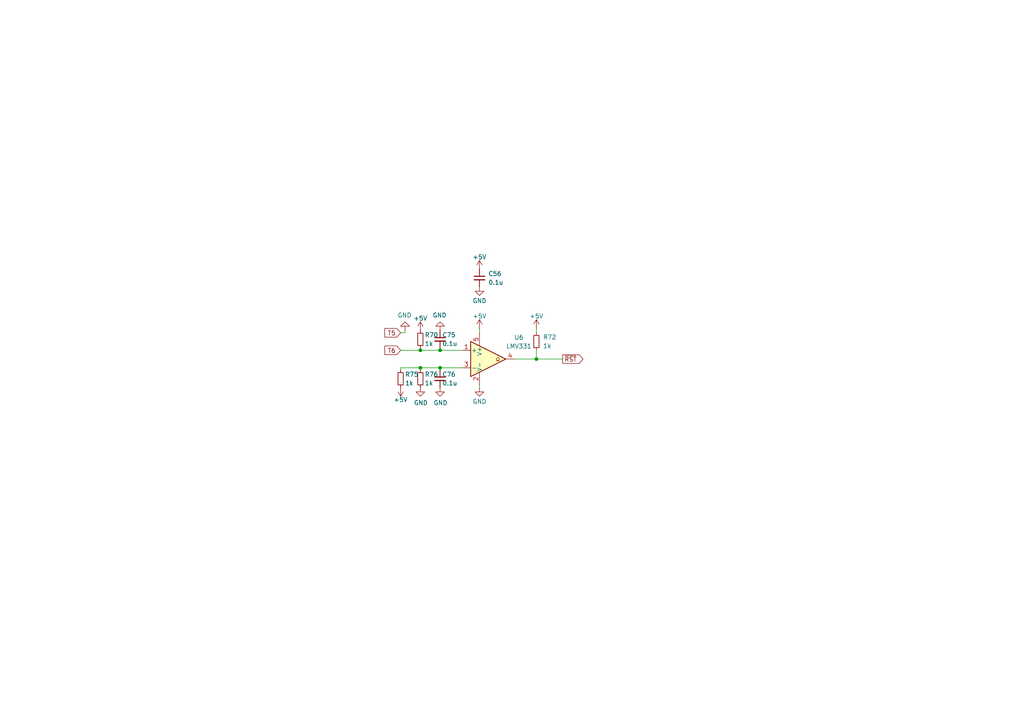
<source format=kicad_sch>
(kicad_sch (version 20231120) (generator "eeschema") (generator_version "8.0")
  (paper "A4")
  (lib_symbols
    (symbol "Comparator:LMV331" (pin_names (offset 0.127))
      (property "Reference" "U" (at 1.27 5.08 0))
      (property "Value" "LMV331" (at 3.81 -5.08 0))
      (symbol "LMV331_0_1"
        (polyline (pts (xy -5.08 5.08) (xy 5.08 0) (xy -5.08 -5.08) (xy -5.08 5.08)) (stroke (width 0.254)) (fill (type background)))
        (polyline (pts (xy 3.302 -0.508) (xy 2.794 -0.508) (xy 3.302 0) (xy 2.794 0.508) (xy 2.286 0) (xy 2.794 -0.508) (xy 2.286 -0.508)) (stroke (width 0.127)))
      )
      (symbol "LMV331_1_1"
        (pin input line (at -7.62 2.54 0) (length 2.54) (name "+") (number "1"))
        (pin power_in line (at -2.54 -7.62 90) (length 3.81) (name "V-") (number "2"))
        (pin input line (at -7.62 -2.54 0) (length 2.54) (name "-") (number "3"))
        (pin open_collector line (at 7.62 0 180) (length 2.54) (name "~") (number "4"))
        (pin power_in line (at -2.54 7.62 270) (length 3.81) (name "V+") (number "5"))
      )
    )
    (symbol "Device:C_Small" (pin_numbers hide) (pin_names (offset 0.254) hide)
      (property "Reference" "C" (at 0.254 1.778 0))
      (property "Value" "C_Small" (at 0.254 -2.032 0))
      (symbol "C_Small_0_1"
        (polyline (pts (xy -1.524 -0.508) (xy 1.524 -0.508)) (stroke (width 0.3302)))
        (polyline (pts (xy -1.524 0.508) (xy 1.524 0.508)) (stroke (width 0.3048)))
      )
      (symbol "C_Small_1_1"
        (pin passive line (at 0 2.54 270) (length 2.032) (name "~") (number "1"))
        (pin passive line (at 0 -2.54 90) (length 2.032) (name "~") (number "2"))
      )
    )
    (symbol "Device:R_Small" (pin_numbers hide) (pin_names (offset 0.254) hide)
      (property "Reference" "R" (at 0.762 0.508 0))
      (property "Value" "R_Small" (at 0.762 -1.016 0))
      (symbol "R_Small_0_1"
        (rectangle (start -0.762 1.778) (end 0.762 -1.778) (stroke (width 0.2032)))
      )
      (symbol "R_Small_1_1"
        (pin passive line (at 0 2.54 270) (length 0.762) (name "~") (number "1"))
        (pin passive line (at 0 -2.54 90) (length 0.762) (name "~") (number "2"))
      )
    )
    (symbol "power:+5V" (power) (pin_numbers hide) (pin_names (offset 0) hide)
      (property "Value" "+5V" (at 0 3.556 0))
      (symbol "+5V_0_1"
        (polyline (pts (xy -0.762 1.27) (xy 0 2.54)))
        (polyline (pts (xy 0 0) (xy 0 2.54)))
        (polyline (pts (xy 0 2.54) (xy 0.762 1.27)))
      )
      (symbol "+5V_1_1"
        (pin power_in line (at 0 0 90) (length 0) (name "~") (number "1"))
      )
    )
    (symbol "power:GND" (power) (pin_names (offset 0))
      (property "Value" "GND" (at 0 -3.81 0))
      (symbol "GND_0_1"
        (polyline (pts (xy 0 0) (xy 0 -1.27) (xy 1.27 -1.27) (xy 0 -2.54) (xy -1.27 -1.27) (xy 0 -1.27)))
      )
      (symbol "GND_1_1"
        (pin power_in line (at 0 0 270) (length 0) hide (name "GND") (number "1"))
      )
    )
  )
  (junction (at 121.92 101.6))
  (junction (at 127.635 101.6))
  (junction (at 121.92 106.68))
  (junction (at 155.575 104.14))
  (junction (at 127.635 106.68))
  (wire (pts (xy 127.635 101.6) (xy 127.635 100.965)))
  (wire (pts (xy 117.475 96.52) (xy 117.475 95.885)))
  (wire (pts (xy 133.985 101.6) (xy 127.635 101.6)))
  (wire (pts (xy 139.065 95.25) (xy 139.065 96.52)))
  (wire (pts (xy 116.205 106.68) (xy 121.92 106.68)))
  (wire (pts (xy 155.575 104.14) (xy 163.195 104.14)))
  (wire (pts (xy 121.92 106.68) (xy 127.635 106.68)))
  (wire (pts (xy 155.575 96.52) (xy 155.575 95.25)))
  (wire (pts (xy 139.065 112.395) (xy 139.065 111.76)))
  (wire (pts (xy 121.92 100.965) (xy 121.92 101.6)))
  (wire (pts (xy 116.205 106.68) (xy 116.205 107.315)))
  (wire (pts (xy 116.205 101.6) (xy 121.92 101.6)))
  (wire (pts (xy 127.635 106.68) (xy 133.985 106.68)))
  (wire (pts (xy 149.225 104.14) (xy 155.575 104.14)))
  (wire (pts (xy 127.635 107.315) (xy 127.635 106.68)))
  (wire (pts (xy 155.575 104.14) (xy 155.575 101.6)))
  (wire (pts (xy 121.92 106.68) (xy 121.92 107.315)))
  (wire (pts (xy 121.92 101.6) (xy 127.635 101.6)))
  (wire (pts (xy 116.205 96.52) (xy 117.475 96.52)))
  (global_label "T5" (shape input) (at 116.205 96.52 180) (property "Intersheetrefs" "${INTERSHEET_REFS}" (effects (hide yes))))
  (global_label "T6" (shape input) (at 116.205 101.6 180) (property "Intersheetrefs" "${INTERSHEET_REFS}" (effects (hide yes))))
  (global_label "~{RST}" (shape output) (at 163.195 104.14 0) (property "Intersheetrefs" "${INTERSHEET_REFS}" (effects (hide yes))))
  (symbol (lib_id "Device:R_Small") (at 121.92 98.425 0) (unit 1)
    (property "Reference" "R70" (at 123.19 97.155 0) (effects (justify left)))
    (property "Value" "1k" (at 123.19 99.695 0) (effects (justify left)))
    (property "Footprint" "Resistor_SMD:R_0805_2012Metric_Pad1.20x1.40mm_HandSolder" (effects (hide yes)))
    (property "Description" "Resistor, small symbol" (effects (hide yes)))
  )
  (symbol (lib_id "power:GND") (at 139.065 112.395 0) (unit 1)
    (property "Reference" "#PWR098" (effects (hide yes)))
    (property "Value" "GND" (at 137.033 116.459 0) (effects (justify left)))
  )
  (symbol (lib_id "power:+5V") (at 121.92 95.885 0) (unit 1)
    (property "Reference" "#PWR93" (effects (hide yes)))
    (property "Value" "+5V" (at 121.92 92.329 0))
    (property "Description" "Power symbol creates a global label with name \"+5V\"" (effects (hide yes)))
  )
  (symbol (lib_id "power:+5V") (at 139.065 78.105 0) (unit 1)
    (property "Reference" "#PWR88" (effects (hide yes)))
    (property "Value" "+5V" (at 139.065 74.549 0))
    (property "Description" "Power symbol creates a global label with name \"+5V\"" (effects (hide yes)))
  )
  (symbol (lib_id "Device:R_Small") (at 121.92 109.855 0) (unit 1)
    (property "Reference" "R76" (at 123.19 108.585 0) (effects (justify left)))
    (property "Value" "1k" (at 123.19 111.125 0) (effects (justify left)))
    (property "Footprint" "Resistor_SMD:R_0805_2012Metric_Pad1.20x1.40mm_HandSolder" (effects (hide yes)))
    (property "Description" "Resistor, small symbol" (effects (hide yes)))
  )
  (symbol (lib_id "power:GND") (at 117.475 95.885 180) (unit 1)
    (property "Reference" "#PWR092" (effects (hide yes)))
    (property "Value" "GND" (at 119.38 91.44 0) (effects (justify left)))
  )
  (symbol (lib_id "power:+5V") (at 139.065 95.25 0) (unit 1)
    (property "Reference" "#PWR90" (effects (hide yes)))
    (property "Value" "+5V" (at 139.065 91.694 0))
    (property "Description" "Power symbol creates a global label with name \"+5V\"" (effects (hide yes)))
  )
  (symbol (lib_id "power:GND") (at 121.92 112.395 0) (unit 1)
    (property "Reference" "#PWR096" (effects (hide yes)))
    (property "Value" "GND" (at 120.015 116.84 0) (effects (justify left)))
  )
  (symbol (lib_id "power:GND") (at 127.635 112.395 0) (unit 1)
    (property "Reference" "#PWR097" (effects (hide yes)))
    (property "Value" "GND" (at 125.73 116.84 0) (effects (justify left)))
  )
  (symbol (lib_id "Device:C_Small") (at 127.635 98.425 0) (unit 1)
    (property "Reference" "C75" (at 128.27 97.155 0) (effects (justify left)))
    (property "Value" "0.1u" (at 128.27 99.695 0) (effects (justify left)))
    (property "Footprint" "Capacitor_SMD:C_0805_2012Metric_Pad1.18x1.45mm_HandSolder" (effects (hide yes)))
    (property "Description" "Unpolarized capacitor, small symbol" (effects (hide yes)))
  )
  (symbol (lib_id "power:+5V") (at 116.205 112.395 180) (unit 1)
    (property "Reference" "#PWR95" (effects (hide yes)))
    (property "Value" "+5V" (at 116.205 115.951 0))
    (property "Description" "Power symbol creates a global label with name \"+5V\"" (effects (hide yes)))
  )
  (symbol (lib_id "Device:R_Small") (at 155.575 99.06 0) (unit 1)
    (property "Reference" "R72" (at 157.48 97.79 0) (effects (justify left)))
    (property "Value" "1k" (at 157.48 100.33 0) (effects (justify left)))
    (property "Footprint" "Resistor_SMD:R_0805_2012Metric_Pad1.20x1.40mm_HandSolder" (effects (hide yes)))
    (property "Description" "Resistor, small symbol" (effects (hide yes)))
  )
  (symbol (lib_id "power:GND") (at 139.065 83.185 0) (unit 1)
    (property "Reference" "#PWR089" (effects (hide yes)))
    (property "Value" "GND" (at 137.033 87.249 0) (effects (justify left)))
  )
  (symbol (lib_id "Device:C_Small") (at 127.635 109.855 0) (unit 1)
    (property "Reference" "C76" (at 128.27 108.585 0) (effects (justify left)))
    (property "Value" "0.1u" (at 128.27 111.125 0) (effects (justify left)))
    (property "Footprint" "Capacitor_SMD:C_0805_2012Metric_Pad1.18x1.45mm_HandSolder" (effects (hide yes)))
    (property "Description" "Unpolarized capacitor, small symbol" (effects (hide yes)))
  )
  (symbol (lib_id "Device:R_Small") (at 116.205 109.855 180) (unit 1)
    (property "Reference" "R75" (at 117.475 108.585 0) (effects (justify right)))
    (property "Value" "1k" (at 117.475 111.125 0) (effects (justify right)))
    (property "Footprint" "Resistor_SMD:R_0805_2012Metric_Pad1.20x1.40mm_HandSolder" (effects (hide yes)))
    (property "Description" "Resistor, small symbol" (effects (hide yes)))
  )
  (symbol (lib_id "Device:C_Small") (at 139.065 80.645 0) (unit 1)
    (property "Reference" "C56" (at 141.605 79.3813 0) (effects (justify left)))
    (property "Value" "0.1u" (at 141.605 81.9213 0) (effects (justify left)))
    (property "Footprint" "Capacitor_SMD:C_0805_2012Metric_Pad1.18x1.45mm_HandSolder" (effects (hide yes)))
    (property "Description" "Unpolarized capacitor, small symbol" (effects (hide yes)))
  )
  (symbol (lib_id "power:+5V") (at 155.575 95.25 0) (unit 1)
    (property "Reference" "#PWR91" (effects (hide yes)))
    (property "Value" "+5V" (at 155.575 91.694 0))
    (property "Description" "Power symbol creates a global label with name \"+5V\"" (effects (hide yes)))
  )
  (symbol (lib_id "power:GND") (at 127.635 95.885 180) (unit 1)
    (property "Reference" "#PWR094" (effects (hide yes)))
    (property "Value" "GND" (at 129.54 91.44 0) (effects (justify left)))
  )
  (symbol (lib_id "Comparator:LMV331") (at 141.605 104.14 0) (unit 1)
    (property "Reference" "U6" (at 150.495 97.8805 0))
    (property "Value" "LMV331" (at 150.495 100.4205 0))
    (property "Footprint" "Package_TO_SOT_SMD:SOT-23-5_HandSoldering" (effects (hide yes)))
    (property "Datasheet" "http://www.ti.com/lit/ds/symlink/lmv331.pdf" (effects (hide yes)))
    (property "Description" "Single General-Purpose Low-Voltage Comparator, SOT-23-5/SC-70-5" (effects (hide yes)))
  )
)
</source>
